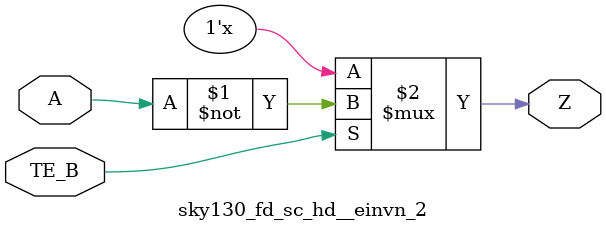
<source format=v>
/*
 * Copyright 2020 The SkyWater PDK Authors
 *
 * Licensed under the Apache License, Version 2.0 (the "License");
 * you may not use this file except in compliance with the License.
 * You may obtain a copy of the License at
 *
 *     https://www.apache.org/licenses/LICENSE-2.0
 *
 * Unless required by applicable law or agreed to in writing, software
 * distributed under the License is distributed on an "AS IS" BASIS,
 * WITHOUT WARRANTIES OR CONDITIONS OF ANY KIND, either express or implied.
 * See the License for the specific language governing permissions and
 * limitations under the License.
 *
 * SPDX-License-Identifier: Apache-2.0
*/


`ifndef SKY130_FD_SC_HD__EINVN_2_FUNCTIONAL_V
`define SKY130_FD_SC_HD__EINVN_2_FUNCTIONAL_V

/**
 * einvn: Tri-state inverter, negative enable.
 *
 * Verilog simulation functional model.
 */

`timescale 1ns / 1ps
`default_nettype none

`celldefine
module sky130_fd_sc_hd__einvn_2 (
    Z   ,
    A   ,
    TE_B
);

    // Module ports
    output Z   ;
    input  A   ;
    input  TE_B;

    //     Name     Output  Other arguments
    notif0 notif00 (Z     , A, TE_B        );

endmodule
`endcelldefine

`default_nettype wire
`endif  // SKY130_FD_SC_HD__EINVN_2_FUNCTIONAL_V

</source>
